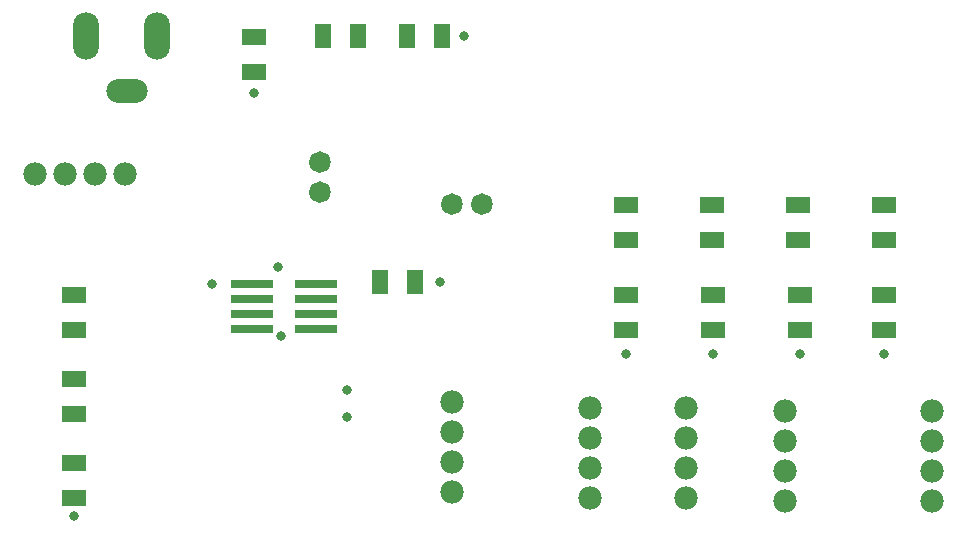
<source format=gts>
G04*
G04 #@! TF.GenerationSoftware,Altium Limited,Altium Designer,21.8.1 (53)*
G04*
G04 Layer_Color=8388736*
%FSLAX25Y25*%
%MOIN*%
G70*
G04*
G04 #@! TF.SameCoordinates,FCDAA400-C0CE-4F93-ADCE-5479437ED816*
G04*
G04*
G04 #@! TF.FilePolarity,Negative*
G04*
G01*
G75*
%ADD22C,0.00000*%
%ADD23R,0.14186X0.03162*%
%ADD24R,0.07900X0.05200*%
%ADD25R,0.05200X0.07900*%
%ADD26C,0.07178*%
%ADD27O,0.13792X0.07887*%
%ADD28O,0.08674X0.15761*%
%ADD29C,0.07800*%
%ADD30C,0.03300*%
D22*
X115390Y126000D02*
G03*
X115390Y126000I-3390J0D01*
G01*
Y136000D02*
G03*
X115390Y136000I-3390J0D01*
G01*
X169390Y122000D02*
G03*
X169390Y122000I-3390J0D01*
G01*
X159390D02*
G03*
X159390Y122000I-3390J0D01*
G01*
D23*
X110630Y95500D02*
D03*
Y90500D02*
D03*
Y85500D02*
D03*
Y80500D02*
D03*
X89370D02*
D03*
Y85500D02*
D03*
Y90500D02*
D03*
Y95500D02*
D03*
D24*
X214000Y91900D02*
D03*
Y80100D02*
D03*
X242667Y121900D02*
D03*
Y110100D02*
D03*
X243000Y80100D02*
D03*
Y91900D02*
D03*
X271333Y121900D02*
D03*
Y110100D02*
D03*
X272000Y91900D02*
D03*
Y80100D02*
D03*
X300000Y121900D02*
D03*
Y110100D02*
D03*
Y91900D02*
D03*
Y80100D02*
D03*
X30000Y52050D02*
D03*
Y63850D02*
D03*
Y80000D02*
D03*
Y91800D02*
D03*
X90000Y177900D02*
D03*
Y166100D02*
D03*
X214000Y121900D02*
D03*
Y110100D02*
D03*
X30000Y35900D02*
D03*
Y24100D02*
D03*
D25*
X113100Y178000D02*
D03*
X124900D02*
D03*
X141100D02*
D03*
X152900D02*
D03*
X132000Y96000D02*
D03*
X143800D02*
D03*
D26*
X112000Y126000D02*
D03*
Y136000D02*
D03*
X166000Y122000D02*
D03*
X156000D02*
D03*
D27*
X47780Y159693D02*
D03*
D28*
X34000Y178000D02*
D03*
X57622D02*
D03*
D29*
X37000Y132000D02*
D03*
X47000D02*
D03*
X17000D02*
D03*
X27000D02*
D03*
X156000Y46000D02*
D03*
Y56000D02*
D03*
Y26000D02*
D03*
Y36000D02*
D03*
X316000Y43000D02*
D03*
Y53000D02*
D03*
Y23000D02*
D03*
Y33000D02*
D03*
X267000Y43000D02*
D03*
Y53000D02*
D03*
Y23000D02*
D03*
Y33000D02*
D03*
X234000Y44000D02*
D03*
Y54000D02*
D03*
Y24000D02*
D03*
Y34000D02*
D03*
X202000Y44000D02*
D03*
Y54000D02*
D03*
Y24000D02*
D03*
Y34000D02*
D03*
D30*
X99000Y78000D02*
D03*
X98000Y101000D02*
D03*
X121000Y51000D02*
D03*
Y60000D02*
D03*
X160000Y178000D02*
D03*
X152000Y96000D02*
D03*
X90003Y159169D02*
D03*
X76000Y95500D02*
D03*
X30000Y18000D02*
D03*
X300000Y72000D02*
D03*
X272000D02*
D03*
X243000D02*
D03*
X214000D02*
D03*
M02*

</source>
